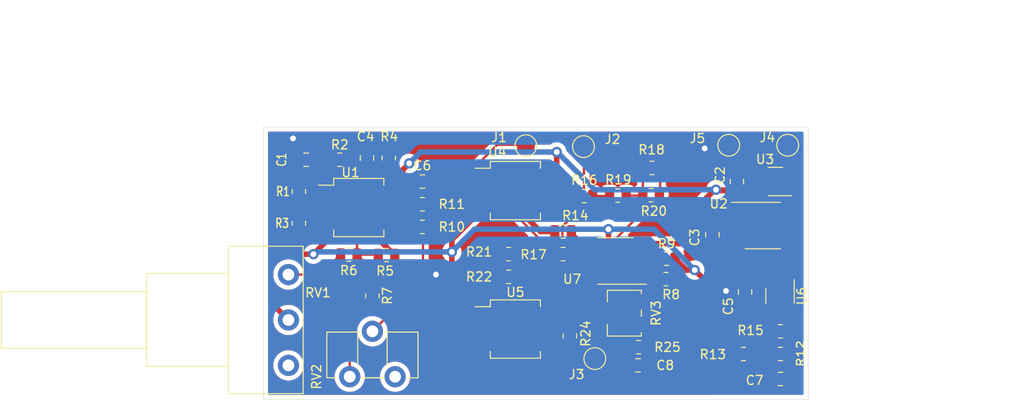
<source format=kicad_pcb>
(kicad_pcb (version 20221018) (generator pcbnew)
  (layers (0 "F.Cu" signal) (31 "B.Cu" signal) (34 "B.Paste" user) (35 "F.Paste" user) (36 "B.SilkS" user "B.Silkscreen") (37 "F.SilkS" user "F.Silkscreen") (38 "B.Mask" user) (39 "F.Mask" user) (44 "Edge.Cuts" user))
  (net 0 "")
  (net 1 "Net-(U1A--)")
  (net 2 "GND")
  (net 3 "+3.3V")
  (net 4 "Net-(U2-CAP+)")
  (net 5 "Net-(U2-CAP-)")
  (net 6 "Net-(C4-Pad1)")
  (net 7 "Net-(C4-Pad2)")
  (net 8 "Net-(U2-VOUT)")
  (net 9 "Net-(U1B-+)")
  (net 10 "-3V3")
  (net 11 "Net-(U5B--)")
  (net 12 "/Out")
  (net 13 "Net-(U1A-+)")
  (net 14 "Net-(R6-Pad2)")
  (net 15 "Net-(R7-Pad2)")
  (net 16 "Net-(U7B-GND)")
  (net 17 "Net-(U4A-+)")
  (net 18 "Net-(U6-FB)")
  (net 19 "Net-(U7B-VL)")
  (net 20 "Net-(U4B--)")
  (net 21 "Net-(R16-Pad2)")
  (net 22 "Net-(R17-Pad1)")
  (net 23 "Net-(R17-Pad2)")
  (net 24 "Net-(R18-Pad1)")
  (net 25 "Net-(R18-Pad2)")
  (net 26 "Net-(U5A--)")
  (net 27 "Net-(R22-Pad2)")
  (net 28 "Net-(R25-Pad2)")
  (net 32 "/X_in")
  (net 36 "+BATT")
  (net 39 "/Y_in")
  (net 42 "Net-(U1B--)")
  (footprint "Potentiometer_THT:Potentiometer_Piher_PC-16_Single_Horizontal" (layer "F.Cu") (at 117.75 69.25 180)
    (fp_text reference "RV1" (at -3.25 -2) (layer "F.SilkS"))
    (fp_text value "20k_pot")
    (pad "1" thru_hole circle (at 0 0 180) (size 2.34 2.34) (drill 1.3) (layers "*.Cu" "*.Mask") (net 14 "Net-(R6-Pad2)"))
    (pad "2" thru_hole circle (at 0 -5 180) (size 2.34 2.34) (drill 1.3) (layers "*.Cu" "*.Mask") (net 10 "-3V3"))
    (pad "3" thru_hole circle (at 0 -10 180) (size 2.34 2.34) (drill 1.3) (layers "*.Cu" "*.Mask"))
  )
  (footprint "Resistor_SMD:R_0805_2012Metric" (layer "F.Cu") (at 157.7 60.5 180)
    (fp_text reference "R20" (at -0.3 -1.75) (layer "F.SilkS"))
    (fp_text value "4.7k")
    (pad "1" smd roundrect (at -0.9125 0 180) (size 1.025 1.4) (layers "F.Cu" "F.Paste" "F.Mask") (roundrect_rratio 0.243902) (net 24 "Net-(R18-Pad1)"))
    (pad "2" smd roundrect (at 0.9125 0 180) (size 1.025 1.4) (layers "F.Cu" "F.Paste" "F.Mask") (roundrect_rratio 0.243902) (net 25 "Net-(R18-Pad2)"))
  )
  (footprint "TestPoint:TestPoint_Pad_D2.0mm" (layer "F.Cu") (at 143.9 55.05)
    (fp_text reference "J1" (at -2.95 -0.9) (layer "F.SilkS"))
    (fp_text value "in_x")
    (pad "1" smd circle (at 0 0) (size 2 2) (layers "F.Cu" "F.Mask") (net 32 "/X_in"))
  )
  (footprint "Resistor_SMD:R_0805_2012Metric" (layer "F.Cu") (at 154.0375 60.55)
    (fp_text reference "R19" (at 0.05 -1.75) (layer "F.SilkS"))
    (fp_text value "0")
    (pad "1" smd roundrect (at -0.9125 0) (size 1.025 1.4) (layers "F.Cu" "F.Paste" "F.Mask") (roundrect_rratio 0.243902) (net 21 "Net-(R16-Pad2)"))
    (pad "2" smd roundrect (at 0.9125 0) (size 1.025 1.4) (layers "F.Cu" "F.Paste" "F.Mask") (roundrect_rratio 0.243902) (net 25 "Net-(R18-Pad2)"))
  )
  (footprint "Capacitor_SMD:C_0805_2012Metric" (layer "F.Cu") (at 171.95 80.75 180)
    (fp_text reference "C7" (at 2.85 -0.15) (layer "F.SilkS"))
    (fp_text value "2.2u")
    (pad "1" smd roundrect (at -0.95 0 180) (size 1 1.45) (layers "F.Cu" "F.Paste" "F.Mask") (net 10 "-3V3"))
    (pad "2" smd roundrect (at 0.95 0 180) (size 1 1.45) (layers "F.Cu" "F.Paste" "F.Mask") (net 2 "GND"))
  )
  (footprint "Package_TO_SOT_SMD:SOT-23-5" (layer "F.Cu") (at 171.4 59 180)
    (fp_text reference "U3" (at 1.15 2.45) (layer "F.SilkS"))
    (fp_text value "SPX3819M5-L-3-3")
    (pad "1" smd roundrect (at -1.1375 -0.95 180) (size 1.325 0.6) (layers "F.Cu" "F.Paste" "F.Mask") (net 36 "+BATT"))
    (pad "2" smd roundrect (at -1.1375 0 180) (size 1.325 0.6) (layers "F.Cu" "F.Paste" "F.Mask") (net 2 "GND"))
    (pad "3" smd roundrect (at -1.1375 0.95 180) (size 1.325 0.6) (layers "F.Cu" "F.Paste" "F.Mask"))
    (pad "4" smd roundrect (at 1.1375 0.95 180) (size 1.325 0.6) (layers "F.Cu" "F.Paste" "F.Mask"))
    (pad "5" smd roundrect (at 1.1375 -0.95 180) (size 1.325 0.6) (layers "F.Cu" "F.Paste" "F.Mask") (net 3 "+3.3V"))
  )
  (footprint "TestPoint:TestPoint_Pad_D2.0mm" (layer "F.Cu") (at 172.75 55)
    (fp_text reference "J4" (at -2.25 -0.85) (layer "F.SilkS"))
    (fp_text value "batt+")
    (pad "1" smd circle (at 0 0) (size 2 2) (layers "F.Cu" "F.Mask") (net 36 "+BATT"))
  )
  (footprint "Package_SO:SOIC-8_3.9x4.9mm_P1.27mm" (layer "F.Cu") (at 153.75 67.75 180)
    (fp_text reference "U7" (at 4.75 -2) (layer "F.SilkS"))
    (fp_text value "DG419")
    (pad "1" smd roundrect (at -2.475 -1.905 180) (size 1.95 0.6) (layers "F.Cu" "F.Paste" "F.Mask") (net 11 "Net-(U5B--)"))
    (pad "2" smd roundrect (at -2.475 -0.635 180) (size 1.95 0.6) (layers "F.Cu" "F.Paste" "F.Mask"))
    (pad "3" smd roundrect (at -2.475 0.635 180) (size 1.95 0.6) (layers "F.Cu" "F.Paste" "F.Mask") (net 16 "Net-(U7B-GND)"))
    (pad "4" smd roundrect (at -2.475 1.905 180) (size 1.95 0.6) (layers "F.Cu" "F.Paste" "F.Mask") (net 3 "+3.3V"))
    (pad "5" smd roundrect (at 2.475 1.905 180) (size 1.95 0.6) (layers "F.Cu" "F.Paste" "F.Mask") (net 19 "Net-(U7B-VL)"))
    (pad "6" smd roundrect (at 2.475 0.635 180) (size 1.95 0.6) (layers "F.Cu" "F.Paste" "F.Mask") (net 23 "Net-(R17-Pad2)"))
    (pad "7" smd roundrect (at 2.475 -0.635 180) (size 1.95 0.6) (layers "F.Cu" "F.Paste" "F.Mask") (net 10 "-3V3"))
    (pad "8" smd roundrect (at 2.475 -1.905 180) (size 1.95 0.6) (layers "F.Cu" "F.Paste" "F.Mask") (net 24 "Net-(R18-Pad1)"))
  )
  (footprint "Resistor_SMD:R_0805_2012Metric" (layer "F.Cu") (at 124.4 67.05 180)
    (fp_text reference "R6" (at 0 -1.75) (layer "F.SilkS"))
    (fp_text value "56k")
    (pad "1" smd roundrect (at -0.9125 0 180) (size 1.025 1.4) (layers "F.Cu" "F.Paste" "F.Mask") (roundrect_rratio 0.243902) (net 7 "Net-(C4-Pad2)"))
    (pad "2" smd roundrect (at 0.9125 0 180) (size 1.025 1.4) (layers "F.Cu" "F.Paste" "F.Mask") (roundrect_rratio 0.243902) (net 14 "Net-(R6-Pad2)"))
  )
  (footprint "Resistor_SMD:R_0805_2012Metric" (layer "F.Cu") (at 148 67)
    (fp_text reference "R17" (at -3.25 0.05) (layer "F.SilkS"))
    (fp_text value "470")
    (pad "1" smd roundrect (at -0.9125 0) (size 1.025 1.4) (layers "F.Cu" "F.Paste" "F.Mask") (roundrect_rratio 0.243902) (net 22 "Net-(R17-Pad1)"))
    (pad "2" smd roundrect (at 0.9125 0) (size 1.025 1.4) (layers "F.Cu" "F.Paste" "F.Mask") (roundrect_rratio 0.243902) (net 23 "Net-(R17-Pad2)"))
  )
  (footprint "Resistor_SMD:R_0805_2012Metric" (layer "F.Cu") (at 167.8625 78 180)
    (fp_text reference "R13" (at 3.3625 -0.05) (layer "F.SilkS"))
    (fp_text value "33k")
    (pad "1" smd roundrect (at -0.9125 0 180) (size 1.025 1.4) (layers "F.Cu" "F.Paste" "F.Mask") (roundrect_rratio 0.243902) (net 18 "Net-(U6-FB)"))
    (pad "2" smd roundrect (at 0.9125 0 180) (size 1.025 1.4) (layers "F.Cu" "F.Paste" "F.Mask") (roundrect_rratio 0.243902) (net 2 "GND"))
  )
  (footprint "Resistor_SMD:R_0805_2012Metric" (layer "F.Cu") (at 159.4125 67.5)
    (fp_text reference "R9" (at 0 -1.65) (layer "F.SilkS"))
    (fp_text value "0")
    (pad "1" smd roundrect (at -0.9125 0) (size 1.025 1.4) (layers "F.Cu" "F.Paste" "F.Mask") (roundrect_rratio 0.243902) (net 16 "Net-(U7B-GND)"))
    (pad "2" smd roundrect (at 0.9125 0) (size 1.025 1.4) (layers "F.Cu" "F.Paste" "F.Mask") (roundrect_rratio 0.243902) (net 10 "-3V3"))
  )
  (footprint "Resistor_SMD:R_0805_2012Metric" (layer "F.Cu") (at 142 69.5)
    (fp_text reference "R22" (at -3.25 0) (layer "F.SilkS"))
    (fp_text value "4.7k")
    (pad "1" smd roundrect (at -0.9125 0) (size 1.025 1.4) (layers "F.Cu" "F.Paste" "F.Mask") (roundrect_rratio 0.243902) (net 26 "Net-(U5A--)"))
    (pad "2" smd roundrect (at 0.9125 0) (size 1.025 1.4) (layers "F.Cu" "F.Paste" "F.Mask") (roundrect_rratio 0.243902) (net 27 "Net-(R22-Pad2)"))
  )
  (footprint "Resistor_SMD:R_0805_2012Metric" (layer "F.Cu") (at 148 64.5)
    (fp_text reference "R14" (at 1.35 -1.75) (layer "F.SilkS"))
    (fp_text value "0")
    (pad "1" smd roundrect (at -0.9125 0) (size 1.025 1.4) (layers "F.Cu" "F.Paste" "F.Mask") (roundrect_rratio 0.243902) (net 3 "+3.3V"))
    (pad "2" smd roundrect (at 0.9125 0) (size 1.025 1.4) (layers "F.Cu" "F.Paste" "F.Mask") (roundrect_rratio 0.243902) (net 19 "Net-(U7B-VL)"))
  )
  (footprint "Potentiometer_SMD:Potentiometer_Bourns_3224W_Vertical" (layer "F.Cu") (at 154.75 73.5 -90)
    (fp_text reference "RV3" (at 0 -3.5 90) (layer "F.SilkS"))
    (fp_text value "2k_pot")
    (pad "1" smd rect (at 1.25 -1.45 270) (size 1.3 1.6) (layers "F.Cu" "F.Paste" "F.Mask") (net 28 "Net-(R25-Pad2)"))
    (pad "2" smd rect (at 0 1.45 270) (size 2 1.6) (layers "F.Cu" "F.Paste" "F.Mask") (net 12 "/Out"))
    (pad "3" smd rect (at -1.25 -1.45 270) (size 1.3 1.6) (layers "F.Cu" "F.Paste" "F.Mask"))
  )
  (footprint "Resistor_SMD:R_0805_2012Metric" (layer "F.Cu") (at 132.5 61.5 180)
    (fp_text reference "R11" (at -3.25 0) (layer "F.SilkS"))
    (fp_text value "10k")
    (pad "1" smd roundrect (at -0.9125 0 180) (size 1.025 1.4) (layers "F.Cu" "F.Paste" "F.Mask") (roundrect_rratio 0.243902) (net 42 "Net-(U1B--)"))
    (pad "2" smd roundrect (at 0.9125 0 180) (size 1.025 1.4) (layers "F.Cu" "F.Paste" "F.Mask") (roundrect_rratio 0.243902) (net 17 "Net-(U4A-+)"))
  )
  (footprint "Capacitor_SMD:C_0805_2012Metric" (layer "F.Cu") (at 156.25 79.25 180)
    (fp_text reference "C8" (at -3 0) (layer "F.SilkS"))
    (fp_text value "470n")
    (pad "1" smd roundrect (at -0.95 0 180) (size 1 1.45) (layers "F.Cu" "F.Paste" "F.Mask") (net 11 "Net-(U5B--)"))
    (pad "2" smd roundrect (at 0.95 0 180) (size 1 1.45) (layers "F.Cu" "F.Paste" "F.Mask") (net 12 "/Out"))
  )
  (footprint "Package_TO_SOT_SMD:SOT-23-5" (layer "F.Cu") (at 171.9 71.6125 -90)
    (fp_text reference "U6" (at 0 -2.4 90) (layer "F.SilkS"))
    (fp_text value "TPS72301DBVR")
    (pad "1" smd roundrect (at -1.1375 -0.95 270) (size 1.325 0.6) (layers "F.Cu" "F.Paste" "F.Mask") (net 8 "Net-(U2-VOUT)"))
    (pad "2" smd roundrect (at -1.1375 0 270) (size 1.325 0.6) (layers "F.Cu" "F.Paste" "F.Mask") (net 2 "GND"))
    (pad "3" smd roundrect (at -1.1375 0.95 270) (size 1.325 0.6) (layers "F.Cu" "F.Paste" "F.Mask"))
    (pad "4" smd roundrect (at 1.1375 0.95 270) (size 1.325 0.6) (layers "F.Cu" "F.Paste" "F.Mask") (net 18 "Net-(U6-FB)"))
    (pad "5" smd roundrect (at 1.1375 -0.95 270) (size 1.325 0.6) (layers "F.Cu" "F.Paste" "F.Mask") (net 10 "-3V3"))
  )
  (footprint "TestPoint:TestPoint_Pad_D2.0mm" (layer "F.Cu") (at 166.25 55)
    (fp_text reference "J5" (at -3.45 -0.75) (layer "F.SilkS"))
    (fp_text value "gnd")
    (pad "1" smd circle (at 0 0) (size 2 2) (layers "F.Cu" "F.Mask") (net 2 "GND"))
  )
  (footprint "Resistor_SMD:R_0805_2012Metric" (layer "F.Cu") (at 127 71.5875 -90)
    (fp_text reference "R7" (at 0 -1.65 90) (layer "F.SilkS"))
    (fp_text value "2.2k")
    (pad "1" smd roundrect (at -0.9125 0 270) (size 1.025 1.4) (layers "F.Cu" "F.Paste" "F.Mask") (roundrect_rratio 0.243902) (net 7 "Net-(C4-Pad2)"))
    (pad "2" smd roundrect (at 0.9125 0 270) (size 1.025 1.4) (layers "F.Cu" "F.Paste" "F.Mask") (roundrect_rratio 0.243902) (net 15 "Net-(R7-Pad2)"))
  )
  (footprint "Resistor_SMD:R_0805_2012Metric" (layer "F.Cu") (at 171.95 75.5 180)
    (fp_text reference "R15" (at 3.3 0.1) (layer "F.SilkS"))
    (fp_text value "120k")
    (pad "1" smd roundrect (at -0.9125 0 180) (size 1.025 1.4) (layers "F.Cu" "F.Paste" "F.Mask") (roundrect_rratio 0.243902) (net 10 "-3V3"))
    (pad "2" smd roundrect (at 0.9125 0 180) (size 1.025 1.4) (layers "F.Cu" "F.Paste" "F.Mask") (roundrect_rratio 0.243902) (net 18 "Net-(U6-FB)"))
  )
  (footprint "Package_SO:SO-8_5.3x6.2mm_P1.27mm" (layer "F.Cu") (at 125.5 61.865)
    (fp_text reference "U1" (at -0.9 -3.865) (layer "F.SilkS"))
    (fp_text value "TS922")
    (pad "1" smd roundrect (at -3.5 -1.905) (size 1.9 0.6) (layers "F.Cu" "F.Paste" "F.Mask") (net 6 "Net-(C4-Pad1)"))
    (pad "2" smd roundrect (at -3.5 -0.635) (size 1.9 0.6) (layers "F.Cu" "F.Paste" "F.Mask") (net 1 "Net-(U1A--)"))
    (pad "3" smd roundrect (at -3.5 0.635) (size 1.9 0.6) (layers "F.Cu" "F.Paste" "F.Mask") (net 13 "Net-(U1A-+)"))
    (pad "4" smd roundrect (at -3.5 1.905) (size 1.9 0.6) (layers "F.Cu" "F.Paste" "F.Mask") (net 10 "-3V3"))
    (pad "5" smd roundrect (at 3.5 1.905) (size 1.9 0.6) (layers "F.Cu" "F.Paste" "F.Mask") (net 9 "Net-(U1B-+)"))
    (pad "6" smd roundrect (at 3.5 0.635) (size 1.9 0.6) (layers "F.Cu" "F.Paste" "F.Mask") (net 42 "Net-(U1B--)"))
    (pad "7" smd roundrect (at 3.5 -0.635) (size 1.9 0.6) (layers "F.Cu" "F.Paste" "F.Mask") (net 17 "Net-(U4A-+)"))
    (pad "8" smd roundrect (at 3.5 -1.905) (size 1.9 0.6) (layers "F.Cu" "F.Paste" "F.Mask") (net 3 "+3.3V"))
  )
  (footprint "Resistor_SMD:R_0805_2012Metric" (layer "F.Cu") (at 156.3375 77.25 180)
    (fp_text reference "R25" (at -3.1625 0) (layer "F.SilkS"))
    (fp_text value "680")
    (pad "1" smd roundrect (at -0.9125 0 180) (size 1.025 1.4) (layers "F.Cu" "F.Paste" "F.Mask") (roundrect_rratio 0.243902) (net 11 "Net-(U5B--)"))
    (pad "2" smd roundrect (at 0.9125 0 180) (size 1.025 1.4) (layers "F.Cu" "F.Paste" "F.Mask") (roundrect_rratio 0.243902) (net 28 "Net-(R25-Pad2)"))
  )
  (footprint "Capacitor_SMD:C_0805_2012Metric" (layer "F.Cu") (at 167.15 59 90)
    (fp_text reference "C2" (at 0.7 -1.85 90) (layer "F.SilkS"))
    (fp_text value "100u")
    (pad "1" smd roundrect (at -0.95 0 90) (size 1 1.45) (layers "F.Cu" "F.Paste" "F.Mask") (net 3 "+3.3V"))
    (pad "2" smd roundrect (at 0.95 0 90) (size 1 1.45) (layers "F.Cu" "F.Paste" "F.Mask") (net 2 "GND"))
  )
  (footprint "Capacitor_SMD:C_0805_2012Metric" (layer "F.Cu") (at 164.45 64.85 -90)
    (fp_text reference "C3" (at 0.3 1.95 90) (layer "F.SilkS"))
    (fp_text value "10u")
    (pad "1" smd roundrect (at -0.95 0 270) (size 1 1.45) (layers "F.Cu" "F.Paste" "F.Mask") (net 4 "Net-(U2-CAP+)"))
    (pad "2" smd roundrect (at 0.95 0 270) (size 1 1.45) (layers "F.Cu" "F.Paste" "F.Mask") (net 5 "Net-(U2-CAP-)"))
  )
  (footprint "Capacitor_SMD:C_0805_2012Metric" (layer "F.Cu") (at 132.5 59 180)
    (fp_text reference "C6" (at 0 1.75) (layer "F.SilkS"))
    (fp_text value "10n")
    (pad "1" smd roundrect (at -0.95 0 180) (size 1 1.45) (layers "F.Cu" "F.Paste" "F.Mask") (net 42 "Net-(U1B--)"))
    (pad "2" smd roundrect (at 0.95 0 180) (size 1 1.45) (layers "F.Cu" "F.Paste" "F.Mask") (net 17 "Net-(U4A-+)"))
  )
  (footprint "Resistor_SMD:R_0805_2012Metric" (layer "F.Cu") (at 142 67)
    (fp_text reference "R21" (at -3.25 -0.25) (layer "F.SilkS"))
    (fp_text value "4.7k")
    (pad "1" smd roundrect (at -0.9125 0) (size 1.025 1.4) (layers "F.Cu" "F.Paste" "F.Mask") (roundrect_rratio 0.243902) (net 21 "Net-(R16-Pad2)"))
    (pad "2" smd roundrect (at 0.9125 0) (size 1.025 1.4) (layers "F.Cu" "F.Paste" "F.Mask") (roundrect_rratio 0.243902) (net 26 "Net-(U5A--)"))
  )
  (footprint "Package_SO:SO-8_5.3x6.2mm_P1.27mm" (layer "F.Cu") (at 142.75 75.25)
    (fp_text reference "U5" (at 0 -4.05) (layer "F.SilkS"))
    (fp_text value "TS922")
    (pad "1" smd roundrect (at -3.5 -1.905) (size 1.9 0.6) (layers "F.Cu" "F.Paste" "F.Mask") (net 27 "Net-(R22-Pad2)"))
    (pad "2" smd roundrect (at -3.5 -0.635) (size 1.9 0.6) (layers "F.Cu" "F.Paste" "F.Mask") (net 26 "Net-(U5A--)"))
    (pad "3" smd roundrect (at -3.5 0.635) (size 1.9 0.6) (layers "F.Cu" "F.Paste" "F.Mask") (net 2 "GND"))
    (pad "4" smd roundrect (at -3.5 1.905) (size 1.9 0.6) (layers "F.Cu" "F.Paste" "F.Mask") (net 10 "-3V3"))
    (pad "5" smd roundrect (at 3.5 1.905) (size 1.9 0.6) (layers "F.Cu" "F.Paste" "F.Mask") (net 2 "GND"))
    (pad "6" smd roundrect (at 3.5 0.635) (size 1.9 0.6) (layers "F.Cu" "F.Paste" "F.Mask") (net 11 "Net-(U5B--)"))
    (pad "7" smd roundrect (at 3.5 -0.635) (size 1.9 0.6) (layers "F.Cu" "F.Paste" "F.Mask") (net 12 "/Out"))
    (pad "8" smd roundrect (at 3.5 -1.905) (size 1.9 0.6) (layers "F.Cu" "F.Paste" "F.Mask") (net 3 "+3.3V"))
  )
  (footprint "Resistor_SMD:R_0805_2012Metric" (layer "F.Cu") (at 128.8 56.4 -90)
    (fp_text reference "R4" (at -2.35 -0.05 -180) (layer "F.SilkS"))
    (fp_text value "0")
    (pad "1" smd roundrect (at -0.9125 0 270) (size 1.025 1.4) (layers "F.Cu" "F.Paste" "F.Mask") (roundrect_rratio 0.243902) (net 6 "Net-(C4-Pad1)"))
    (pad "2" smd roundrect (at 0.9125 0 270) (size 1.025 1.4) (layers "F.Cu" "F.Paste" "F.Mask") (roundrect_rratio 0.243902) (net 7 "Net-(C4-Pad2)"))
  )
  (footprint "Resistor_SMD:R_0805_2012Metric" (layer "F.Cu") (at 157.7875 57.5 180)
    (fp_text reference "R18" (at 0.0375 2) (layer "F.SilkS"))
    (fp_text value "4.7k")
    (pad "1" smd roundrect (at -0.9125 0 180) (size 1.025 1.4) (layers "F.Cu" "F.Paste" "F.Mask") (roundrect_rratio 0.243902) (net 24 "Net-(R18-Pad1)"))
    (pad "2" smd roundrect (at 0.9125 0 180) (size 1.025 1.4) (layers "F.Cu" "F.Paste" "F.Mask") (roundrect_rratio 0.243902) (net 25 "Net-(R18-Pad2)"))
  )
  (footprint "Resistor_SMD:R_0805_2012Metric" (layer "F.Cu") (at 159.3375 69.75 180)
    (fp_text reference "R8" (at -0.5625 -1.7) (layer "F.SilkS"))
    (fp_text value "0")
    (pad "1" smd roundrect (at -0.9125 0 180) (size 1.025 1.4) (layers "F.Cu" "F.Paste" "F.Mask") (roundrect_rratio 0.243902) (net 2 "GND"))
    (pad "2" smd roundrect (at 0.9125 0 180) (size 1.025 1.4) (layers "F.Cu" "F.Paste" "F.Mask") (roundrect_rratio 0.243902) (net 16 "Net-(U7B-GND)"))
  )
  (footprint "Package_SO:SO-8_5.3x6.2mm_P1.27mm" (layer "F.Cu") (at 142.75 60)
    (fp_text reference "U4" (at -2 -4.25) (layer "F.SilkS"))
    (fp_text value "TS922")
    (pad "1" smd roundrect (at -3.5 -1.905) (size 1.9 0.6) (layers "F.Cu" "F.Paste" "F.Mask") (net 22 "Net-(R17-Pad1)"))
    (pad "2" smd roundrect (at -3.5 -0.635) (size 1.9 0.6) (layers "F.Cu" "F.Paste" "F.Mask") (net 32 "/X_in"))
    (pad "3" smd roundrect (at -3.5 0.635) (size 1.9 0.6) (layers "F.Cu" "F.Paste" "F.Mask") (net 17 "Net-(U4A-+)"))
    (pad "4" smd roundrect (at -3.5 1.905) (size 1.9 0.6) (layers "F.Cu" "F.Paste" "F.Mask") (net 10 "-3V3"))
    (pad "5" smd roundrect (at 3.5 1.905) (size 1.9 0.6) (layers "F.Cu" "F.Paste" "F.Mask") (net 39 "/Y_in"))
    (pad "6" smd roundrect (at 3.5 0.635) (size 1.9 0.6) (layers "F.Cu" "F.Paste" "F.Mask") (net 20 "Net-(U4B--)"))
    (pad "7" smd roundrect (at 3.5 -0.635) (size 1.9 0.6) (layers "F.Cu" "F.Paste" "F.Mask") (net 21 "Net-(R16-Pad2)"))
    (pad "8" smd roundrect (at 3.5 -1.905) (size 1.9 0.6) (layers "F.Cu" "F.Paste" "F.Mask") (net 3 "+3.3V"))
  )
  (footprint "Potentiometer_THT:Potentiometer_ACP_CA9-H5_Horizontal" (layer "F.Cu") (at 124.5 80.5 90)
    (fp_text reference "RV2" (at 0 -3.65 90) (layer "F.SilkS"))
    (fp_text value "2k_pot")
    (pad "1" thru_hole circle (at 0 0 90) (size 2.34 2.34) (drill 1.3) (layers "*.Cu" "*.Mask") (net 15 "Net-(R7-Pad2)"))
    (pad "2" thru_hole circle (at 5 2.5 90) (size 2.34 2.34) (drill 1.3) (layers "*.Cu" "*.Mask") (net 42 "Net-(U1B--)"))
    (pad "3" thru_hole circle (at 0 5 90) (size 2.34 2.34) (drill 1.3) (layers "*.Cu" "*.Mask"))
  )
  (footprint "Resistor_SMD:R_0805_2012Metric" (layer "F.Cu") (at 171.95 78 180)
    (fp_text reference "R12" (at -2.2 0.05 90) (layer "F.SilkS") (effects (font (size 0.8001 1))))
    (fp_text value "120k")
    (pad "1" smd roundrect (at -0.9125 0 180) (size 1.025 1.4) (layers "F.Cu" "F.Paste" "F.Mask") (roundrect_rratio 0.243902) (net 10 "-3V3"))
    (pad "2" smd roundrect (at 0.9125 0 180) (size 1.025 1.4) (layers "F.Cu" "F.Paste" "F.Mask") (roundrect_rratio 0.243902) (net 18 "Net-(U6-FB)"))
  )
  (footprint "Capacitor_SMD:C_0805_2012Metric" (layer "F.Cu") (at 119.7 56.6 180)
    (fp_text reference "C1" (at 2.7 0 90) (layer "F.SilkS") (effects (font (size 1 0.762))))
    (fp_text value "10n")
    (pad "1" smd roundrect (at -0.95 0 180) (size 1 1.45) (layers "F.Cu" "F.Paste" "F.Mask") (net 1 "Net-(U1A--)"))
    (pad "2" smd roundrect (at 0.95 0 180) (size 1 1.45) (layers "F.Cu" "F.Paste" "F.Mask") (net 2 "GND"))
  )
  (footprint "Capacitor_SMD:C_0805_2012Metric" (layer "F.Cu") (at 126.4 56.4 -90)
    (fp_text reference "C4" (at -2.35 0.15 -180) (layer "F.SilkS"))
    (fp_text value "100n")
    (pad "1" smd roundrect (at -0.95 0 270) (size 1 1.45) (layers "F.Cu" "F.Paste" "F.Mask") (net 6 "Net-(C4-Pad1)"))
    (pad "2" smd roundrect (at 0.95 0 270) (size 1 1.45) (layers "F.Cu" "F.Paste" "F.Mask") (net 7 "Net-(C4-Pad2)"))
  )
  (footprint "Resistor_SMD:R_0805_2012Metric" (layer "F.Cu") (at 132.5 64 180)
    (fp_text reference "R10" (at -3.25 0) (layer "F.SilkS"))
    (fp_text value "10k")
    (pad "1" smd roundrect (at -0.9125 0 180) (size 1.025 1.4) (layers "F.Cu" "F.Paste" "F.Mask") (roundrect_rratio 0.243902) (net 2 "GND"))
    (pad "2" smd roundrect (at 0.9125 0 180) (size 1.025 1.4) (layers "F.Cu" "F.Paste" "F.Mask") (roundrect_rratio 0.243902) (net 9 "Net-(U1B-+)"))
  )
  (footprint "Resistor_SMD:R_0805_2012Metric" (layer "F.Cu") (at 123.4 56.6)
    (fp_text reference "R2" (at 0 -1.65 180) (layer "F.SilkS"))
    (fp_text value "4,7k")
    (pad "1" smd roundrect (at -0.9125 0) (size 1.025 1.4) (layers "F.Cu" "F.Paste" "F.Mask") (roundrect_rratio 0.243902) (net 1 "Net-(U1A--)"))
    (pad "2" smd roundrect (at 0.9125 0) (size 1.025 1.4) (layers "F.Cu" "F.Paste" "F.Mask") (roundrect_rratio 0.243902) (net 6 "Net-(C4-Pad1)"))
  )
  (footprint "TestPoint:TestPoint_Pad_D2.0mm" (layer "F.Cu") (at 151.5 78.5)
    (fp_text reference "J3" (at -2 1.75) (layer "F.SilkS"))
    (fp_text value "out")
    (pad "1" smd circle (at 0 0) (size 2 2) (layers "F.Cu" "F.Mask") (net 12 "/Out"))
  )
  (footprint "Resistor_SMD:R_0805_2012Metric" (layer "F.Cu") (at 118.9 63.6 -90)
    (fp_text reference "R3" (at 0 1.85 -180) (layer "F.SilkS") (effects (font (size 1 0.762))))
    (fp_text value "100k")
    (pad "1" smd roundrect (at -0.9125 0 270) (size 1.025 1.4) (layers "F.Cu" "F.Paste" "F.Mask") (roundrect_rratio 0.243902) (net 13 "Net-(U1A-+)"))
    (pad "2" smd roundrect (at 0.9125 0 270) (size 1.025 1.4) (layers "F.Cu" "F.Paste" "F.Mask") (roundrect_rratio 0.243902) (net 6 "Net-(C4-Pad1)"))
  )
  (footprint "Resistor_SMD:R_0805_2012Metric" (layer "F.Cu") (at 128.55 67.1)
    (fp_text reference "R5" (at -0.15 1.75) (layer "F.SilkS"))
    (fp_text value "68k")
    (pad "1" smd roundrect (at -0.9125 0) (size 1.025 1.4) (layers "F.Cu" "F.Paste" "F.Mask") (roundrect_rratio 0.243902) (net 7 "Net-(C4-Pad2)"))
    (pad "2" smd roundrect (at 0.9125 0) (size 1.025 1.4) (layers "F.Cu" "F.Paste" "F.Mask") (roundrect_rratio 0.243902) (net 3 "+3.3V"))
  )
  (footprint "Package_SO:SOIC-8_3.9x4.9mm_P1.27mm" (layer "F.Cu") (at 170 63.85)
    (fp_text reference "U2" (at -4.85 -2.4) (layer "F.SilkS"))
    (fp_text value "LMC7660")
    (pad "1" smd roundrect (at -2.475 -1.905) (size 1.95 0.6) (layers "F.Cu" "F.Paste" "F.Mask"))
    (pad "2" smd roundrect (at -2.475 -0.635) (size 1.95 0.6) (layers "F.Cu" "F.Paste" "F.Mask") (net 4 "Net-(U2-CAP+)"))
    (pad "3" smd roundrect (at -2.475 0.635) (size 1.95 0.6) (layers "F.Cu" "F.Paste" "F.Mask") (net 2 "GND"))
    (pad "4" smd roundrect (at -2.475 1.905) (size 1.95 0.6) (layers "F.Cu" "F.Paste" "F.Mask") (net 5 "Net-(U2-CAP-)"))
    (pad "5" smd roundrect (at 2.475 1.905) (size 1.95 0.6) (layers "F.Cu" "F.Paste" "F.Mask") (net 8 "Net-(U2-VOUT)"))
    (pad "6" smd roundrect (at 2.475 0.635) (size 1.95 0.6) (layers "F.Cu" "F.Paste" "F.Mask"))
    (pad "7" smd roundrect (at 2.475 -0.635) (size 1.95 0.6) (layers "F.Cu" "F.Paste" "F.Mask"))
    (pad "8" smd roundrect (at 2.475 -1.905) (size 1.95 0.6) (layers "F.Cu" "F.Paste" "F.Mask") (net 36 "+BATT"))
  )
  (footprint "Resistor_SMD:R_0805_2012Metric" (layer "F.Cu") (at 148.75 76 90)
    (fp_text reference "R24" (at 0.25 1.75 90) (layer "F.SilkS"))
    (fp_text value "4.7k")
    (pad "1" smd roundrect (at -0.9125 0 90) (size 1.025 1.4) (layers "F.Cu" "F.Paste" "F.Mask") (roundrect_rratio 0.243902) (net 11 "Net-(U5B--)"))
    (pad "2" smd roundrect (at 0.9125 0 90) (size 1.025 1.4) (layers "F.Cu" "F.Paste" "F.Mask") (roundrect_rratio 0.243902) (net 27 "Net-(R22-Pad2)"))
  )
  (footprint "Capacitor_SMD:C_0805_2012Metric" (layer "F.Cu") (at 168.05 71.15 -90)
    (fp_text reference "C5" (at 1.6 1.85 90) (layer "F.SilkS"))
    (fp_text value "2.2u")
    (pad "1" smd roundrect (at -0.95 0 270) (size 1 1.45) (layers "F.Cu" "F.Paste" "F.Mask") (net 8 "Net-(U2-VOUT)"))
    (pad "2" smd roundrect (at 0.95 0 270) (size 1 1.45) (layers "F.Cu" "F.Paste" "F.Mask") (net 2 "GND"))
  )
  (footprint "Resistor_SMD:R_0805_2012Metric" (layer "F.Cu") (at 118.9 60.1 90)
    (fp_text reference "R1" (at 0 -1.75) (layer "F.SilkS") (effects (font (size 1 0.762))))
    (fp_text value "100k")
    (pad "1" smd roundrect (at -0.9125 0 90) (size 1.025 1.4) (layers "F.Cu" "F.Paste" "F.Mask") (roundrect_rratio 0.243902) (net 13 "Net-(U1A-+)"))
    (pad "2" smd roundrect (at 0.9125 0 90) (size 1.025 1.4) (layers "F.Cu" "F.Paste" "F.Mask") (roundrect_rratio 0.243902) (net 2 "GND"))
  )
  (footprint "Resistor_SMD:R_0805_2012Metric" (layer "F.Cu") (at 150.3375 60.6)
    (fp_text reference "R16" (at 0 -1.75) (layer "F.SilkS"))
    (fp_text value "10k")
    (pad "1" smd roundrect (at -0.9125 0) (size 1.025 1.4) (layers "F.Cu" "F.Paste" "F.Mask") (roundrect_rratio 0.243902) (net 20 "Net-(U4B--)"))
    (pad "2" smd roundrect (at 0.9125 0) (size 1.025 1.4) (layers "F.Cu" "F.Paste" "F.Mask") (roundrect_rratio 0.243902) (net 21 "Net-(R16-Pad2)"))
  )
  (footprint "TestPoint:TestPoint_Pad_D2.0mm" (layer "F.Cu") (at 150.25 55.15)
    (fp_text reference "J2" (at 3.2 -0.8) (layer "F.SilkS"))
    (fp_text value "in_y")
    (pad "1" smd circle (at 0 0) (size 2 2) (layers "F.Cu" "F.Mask") (net 39 "/Y_in"))
  )
  (gr_line (start 115 53) (end 175 53) (stroke (width 0.05)) (layer "Edge.Cuts"))
  (gr_line (start 175 83) (end 115 83) (stroke (width 0.05)) (layer "Edge.Cuts"))
  (gr_line (start 115 83) (end 115 53) (stroke (width 0.05)) (layer "Edge.Cuts"))
  (gr_line (start 175 53) (end 175 83) (stroke (width 0.05)) (layer "Edge.Cuts"))
  (segment (start 120.65 56.6) (end 122.4875 56.6) (width 0.254) (layer "F.Cu") (net 1))
  (segment (start 120.65 56.6) (end 120.65 60.239105) (width 0.254) (layer "F.Cu") (net 1))
  (segment (start 120.65 60.239105) (end 121.640895 61.23) (width 0.254) (layer "F.Cu") (net 1))
  (segment (start 121.640895 61.23) (end 122 61.23) (width 0.254) (layer "F.Cu") (net 1))
  (segment (start 160.4125 69.4125) (end 160.4125 69.75) (width 0.254) (layer "F.Cu") (net 2))
  (segment (start 172.5375 59) (end 168.1 59) (width 0.6096) (layer "F.Cu") (net 2))
  (segment (start 168.1 59) (end 167.15 58.05) (width 0.6096) (layer "F.Cu") (net 2))
  (via (at 118.25 54.25) (size 1.143) (drill 0.635) (layers "F.Cu" "B.Cu") (net 2))
  (via (at 134 69.25) (size 1.143) (drill 0.635) (layers "F.Cu" "B.Cu") (net 2))
  (via (at 163.6 55.35) (size 1.143) (drill 0.635) (layers "F.Cu" "B.Cu") (net 2))
  (via (at 165.95 71.05) (size 1.143) (drill 0.635) (layers "F.Cu" "B.Cu") (net 2))
  (segment (start 129.4625 67.1) (end 129.421974 67.1) (width 0.6096) (layer "F.Cu") (net 3))
  (segment (start 149.655 73.345) (end 146.25 73.345) (width 0.6096) (layer "F.Cu") (net 3))
  (segment (start 154.450553 68.549447) (end 149.655 73.345) (width 0.6096) (layer "F.Cu") (net 3))
  (segment (start 130.35 57.7) (end 131.05 57) (width 0.6096) (layer "F.Cu") (net 3))
  (segment (start 167.15 59.95) (end 164.9 59.95) (width 0.6096) (layer "F.Cu") (net 3))
  (segment (start 164.6 60) (end 162.75 61.85) (width 0.6096) (layer "F.Cu") (net 3))
  (segment (start 147.0875 64.5) (end 145.5 64.5) (width 0.6096) (layer "F.Cu") (net 3))
  (segment (start 164.85 59.9) (end 164.8 59.95) (width 0.6096) (layer "F.Cu") (net 3))
  (segment (start 147.3 55.75) (end 147.3 57.045) (width 0.6096) (layer "F.Cu") (net 3))
  (segment (start 162.75 64) (end 162.75 61.85) (width 0.6096) (layer "F.Cu") (net 3))
  (segment (start 154.450553 65.845) (end 154.450553 68.549447) (width 0.6096) (layer "F.Cu") (net 3))
  (segment (start 167.8 60) (end 164.6 60) (width 0.6096) (layer "F.Cu") (net 3))
  (segment (start 164.9 59.95) (end 164.85 59.9) (width 0.6096) (layer "F.Cu") (net 3))
  (segment (start 129.54 59.96) (end 130.35 59.15) (width 0.6096) (layer "F.Cu") (net 3))
  (segment (start 164.65 59.95) (end 164.6 60) (width 0.6096) (layer "F.Cu") (net 3))
  (segment (start 127.542 60.807447) (end 128.389447 59.96) (width 0.6096) (layer "F.Cu") (net 3))
  (segment (start 129 59.96) (end 129.54 59.96) (width 0.6096) (layer "F.Cu") (net 3))
  (segment (start 143.385 62.385) (end 143.385 59.365) (width 0.6096) (layer "F.Cu") (net 3))
  (segment (start 170.2625 59.95) (end 167.15 59.95) (width 0.6096) (layer "F.Cu") (net 3))
  (segment (start 127.542 65.220026) (end 127.542 60.807447) (width 0.6096) (layer "F.Cu") (net 3))
  (segment (start 156.225 65.845) (end 160.905 65.845) (width 0.6096) (layer "F.Cu") (net 3))
  (segment (start 160.905 65.845) (end 162.75 64) (width 0.6096) (layer "F.Cu") (net 3))
  (segment (start 145.5 64.5) (end 143.385 62.385) (width 0.6096) (layer "F.Cu") (net 3))
  (segment (start 156.225 65.845) (end 154.450553 65.845) (width 0.6096) (layer "F.Cu") (net 3))
  (segment (start 128.389447 59.96) (end 129 59.96) (width 0.6096) (layer "F.Cu") (net 3))
  (segment (start 144.655 58.095) (end 146.25 58.095) (width 0.6096) (layer "F.Cu") (net 3))
  (segment (start 129.421974 67.1) (end 127.542 65.220026) (width 0.6096) (layer "F.Cu") (net 3))
  (segment (start 130.35 59.15) (end 130.35 57.7) (width 0.6096) (layer "F.Cu") (net 3))
  (segment (start 147.3 57.045) (end 146.25 58.095) (width 0.6096) (layer "F.Cu") (net 3))
  (segment (start 164.8 59.95) (end 164.65 59.95) (width 0.6096) (layer "F.Cu") (net 3))
  (segment (start 143.385 59.365) (end 144.655 58.095) (width 0.6096) (layer "F.Cu") (net 3))
  (via (at 147.3 55.75) (size 1.143) (drill 0.635) (layers "F.Cu" "B.Cu") (net 3))
  (via (at 164.85 59.9) (size 1.143) (drill 0.635) (layers "F.Cu" "B.Cu") (net 3))
  (via (at 131.05 57) (size 1.143) (drill 0.635) (layers "F.Cu" "B.Cu") (net 3))
  (segment (start 147.35 55.75) (end 151.5 59.9) (width 0.6096) (layer "B.Cu") (net 3))
  (segment (start 151.5 59.9) (end 164.85 59.9) (width 0.6096) (layer "B.Cu") (net 3))
  (segment (start 132.3 55.75) (end 131.05 57) (width 0.6096) (layer "B.Cu") (net 3))
  (segment (start 147.3 55.75) (end 147.35 55.75) (width 0.6096) (layer "B.Cu") (net 3))
  (segment (start 147.3 55.75) (end 132.3 55.75) (width 0.6096) (layer "B.Cu") (net 3))
  (segment (start 165.135 63.215) (end 167.525 63.215) (width 0.254) (layer "F.Cu") (net 4))
  (segment (start 164.45 63.9) (end 165.135 63.215) (width 0.254) (layer "F.Cu") (net 4))
  (segment (start 164.45 65.8) (end 167.48 65.8) (width 0.254) (layer "F.Cu") (net 5))
  (segment (start 167.48 65.8) (end 167.525 65.755) (width 0.254) (layer "F.Cu") (net 5))
  (segment (start 118.9 64.5125) (end 119.628395 64.5125) (width 0.254) (layer "F.Cu") (net 6))
  (segment (start 124.3125 56.3375) (end 125.2 55.45) (width 0.254) (layer "F.Cu") (net 6))
  (segment (start 123.165 63.135) (end 123.5 62.8) (width 0.254) (layer "F.Cu") (net 6))
  (segment (start 122.96 59.96) (end 122 59.96) (width 0.254) (layer "F.Cu") (net 6))
  (segment (start 123.5 60.5) (end 122.96 59.96) (width 0.254) (layer "F.Cu") (net 6))
  (segment (start 119.628395 64.5125) (end 121.005895 63.135) (width 0.254) (layer "F.Cu") (net 6))
  (segment (start 122 59.96) (end 122.79 59.96) (width 0.254) (layer "F.Cu") (net 6))
  (segment (start 124.3125 56.6) (end 124.3125 57.6475) (width 0.254) (layer "F.Cu") (net 6))
  (segment (start 126.4 55.45) (end 128.7625 55.45) (width 0.254) (layer "F.Cu") (net 6))
  (segment (start 123.5 62.8) (end 123.5 60.5) (width 0.254) (layer "F.Cu") (net 6))
  (segment (start 124.3125 56.6) (end 124.3125 56.3375) (width 0.254) (layer "F.Cu") (net 6))
  (segment (start 121.005895 63.135) (end 123.165 63.135) (width 0.254) (layer "F.Cu") (net 6))
  (segment (start 124.3125 57.6475) (end 122 59.96) (width 0.254) (layer "F.Cu") (net 6))
  (segment (start 125.2 55.45) (end 126.4 55.45) (width 0.254) (layer "F.Cu") (net 6))
  (segment (start 128.7625 55.45) (end 128.8 55.4875) (width 0.254) (layer "F.Cu") (net 6))
  (segment (start 126.4 57.35) (end 128.7625 57.35) (width 0.254) (layer "F.Cu") (net 7))
  (segment (start 128.7625 57.35) (end 128.8 57.3125) (width 0.254) (layer "F.Cu") (net 7))
  (segment (start 125.3125 58.4375) (end 125.3125 67.05) (width 0.254) (layer "F.Cu") (net 7))
  (segment (start 127 68.7375) (end 125.3125 67.05) (width 0.254) (layer "F.Cu") (net 7))
  (segment (start 127.5875 67.05) (end 127.6375 67.1) (width 0.254) (layer "F.Cu") (net 7))
  (segment (start 127 70.675) (end 127 68.7375) (width 0.254) (layer "F.Cu") (net 7))
  (segment (start 125.3125 67.05) (end 127.5875 67.05) (width 0.254) (layer "F.Cu") (net 7))
  (segment (start 126.4 57.35) (end 125.3125 58.4375) (width 0.254) (layer "F.Cu") (net 7))
  (segment (start 172.05 67.4) (end 172.85 66.6) (width 0.254) (layer "F.Cu") (net 8))
  (segment (start 169.6 67.4) (end 172.05 67.4) (width 0.254) (layer "F.Cu") (net 8))
  (segment (start 168.05 70.2) (end 168.05 68.95) (width 0.254) (layer "F.Cu") (net 8))
  (segment (start 172.85 70.475) (end 172.85 66.6) (width 0.254) (layer "F.Cu") (net 8))
  (segment (start 168.05 68.95) (end 169.6 67.4) (width 0.254) (layer "F.Cu") (net 8))
  (segment (start 172.85 66.6) (end 172.85 66.13) (width 0.254) (layer "F.Cu") (net 8))
  (segment (start 172.85 66.13) (end 172.475 65.755) (width 0.254) (layer "F.Cu") (net 8))
  (segment (start 131.3575 63.77) (end 131.5875 64) (width 0.254) (layer "F.Cu") (net 9))
  (segment (start 129 63.77) (end 131.3575 63.77) (width 0.254) (layer "F.Cu") (net 9))
  (segment (start 171.9 82.15) (end 165.4 82.15) (width 0.6096) (layer "F.Cu") (net 10))
  (segment (start 135.75 65.405) (end 139.25 61.905) (width 0.6096) (layer "F.Cu") (net 10))
  (segment (start 172.8625 81.1875) (end 171.9 82.15) (width 0.6096) (layer "F.Cu") (net 10))
  (segment (start 151.910553 68.385) (end 153 67.295553) (width 0.6096) (layer "F.Cu") (net 10))
  (segment (start 153 67.295553) (end 153 64.25) (width 0.6096) (layer "F.Cu") (net 10))
  (segment (start 163.75 70) (end 162.5 68.75) (width 0.6096) (layer "F.Cu") (net 10))
  (segment (start 163.75 80.5) (end 163.75 70) (width 0.6096) (layer "F.Cu") (net 10))
  (segment (start 135.75 76.4) (end 136.505 77.155) (width 0.6096) (layer "F.Cu") (net 10))
  (segment (start 165.4 82.15) (end 163.75 80.5) (width 0.6096) (layer "F.Cu") (net 10))
  (segment (start 122 65.5) (end 122 63.77) (width 0.6096) (layer "F.Cu") (net 10))
  (segment (start 135.75 66.75) (end 135.75 65.405) (width 0.6096) (layer "F.Cu") (net 10))
  (segment (start 136.505 77.155) (end 139.25 77.155) (width 0.6096) (layer "F.Cu") (net 10))
  (segment (start 172.85 75.4875) (end 172.8625 75.5) (width 0.6096) (layer "F.Cu") (net 10))
  (segment (start 117.75 74.25) (end 115.8048 72.3048) (width 0.6096) (layer "F.Cu") (net 10))
  (segment (start 161.575 68.75) (end 160.325 67.5) (width 0.6096) (layer "F.Cu") (net 10))
  (segment (start 172.8625 75.5) (end 172.8625 78) (width 0.6096) (layer "F.Cu") (net 10))
  (segment (start 172.85 73) (end 172.85 75.4875) (width 0.6096) (layer "F.Cu") (net 10))
  (segment (start 116.5548 67) (end 120.5 67) (width 0.6096) (layer "F.Cu") (net 10))
  (segment (start 115.8048 67.75) (end 116.5548 67) (width 0.6096) (layer "F.Cu") (net 10))
  (segment (start 135.75 66.75) (end 135.75 76.4) (width 0.6096) (layer "F.Cu") (net 10))
  (segment (start 172.8625 78) (end 172.8625 81.1875) (width 0.6096) (layer "F.Cu") (net 10))
  (segment (start 162.5 68.75) (end 161.575 68.75) (width 0.6096) (layer "F.Cu") (net 10))
  (segment (start 151.275 68.385) (end 151.910553 68.385) (width 0.6096) (layer "F.Cu") (net 10))
  (segment (start 115.8048 72.3048) (end 115.8048 67.75) (width 0.6096) (layer "F.Cu") (net 10))
  (segment (start 120.5 67) (end 122 65.5) (width 0.6096) (layer "F.Cu") (net 10))
  (via (at 135.75 66.75) (size 1.143) (drill 0.635) (layers "F.Cu" "B.Cu") (net 10))
  (via (at 162.5 68.75) (size 1.143) (drill 0.635) (layers "F.Cu" "B.Cu") (net 10))
  (via (at 120.5 67) (size 1.143) (drill 0.635) (layers "F.Cu" "B.Cu") (net 10))
  (via (at 153 64.25) (size 1.143) (drill 0.635) (layers "F.Cu" "B.Cu") (net 10))
  (segment (start 153 64.25) (end 158 64.25) (width 0.6096) (layer "B.Cu") (net 10))
  (segment (start 158 64.25) (end 162.5 68.75) (width 0.6096) (layer "B.Cu") (net 10))
  (segment (start 135.75 66.75) (end 138.25 64.25) (width 0.6096) (layer "B.Cu") (net 10))
  (segment (start 120.5 67) (end 120.75 66.75) (width 0.6096) (layer "B.Cu") (net 10))
  (segment (start 120.75 66.75) (end 135.75 66.75) (width 0.6096) (layer "B.Cu") (net 10))
  (segment (start 138.25 64.25) (end 153 64.25) (width 0.6096) (layer "B.Cu") (net 10))
  (segment (start 148.75 78.8) (end 150.5 80.55) (width 0.254) (layer "F.Cu") (net 11))
  (segment (start 148.75 76.9125) (end 148.75 78.8) (width 0.254) (layer "F.Cu") (net 11))
  (segment (start 156.225 69.655) (end 157.6302 71.0602) (width 0.254) (layer "F.Cu") (net 11))
  (segment (start 150.5 80.55) (end 155.9 80.55) (width 0.254) (layer "F.Cu") (net 11))
  (segment (start 157.6302 71.0602) (end 157.6302 76.8698) (width 0.254) (layer "F.Cu") (net 11))
  (segment (start 157.6302 76.8698) (end 157.25 77.25) (width 0.254) (layer "F.Cu") (net 11))
  (segment (start 147.7225 75.885) (end 146.25 75.885) (width 0.254) (layer "F.Cu") (net 11))
  (segment (start 157.2 79.25) (end 157.2 77.3) (width 0.254) (layer "F.Cu") (net 11))
  (segment (start 157.2 77.3) (end 157.25 77.25) (width 0.254) (layer "F.Cu") (net 11))
  (segment (start 156.95 79.5) (end 157.2 79.5) (width 0.254) (layer "F.Cu") (net 11))
  (segment (start 148.75 76.9125) (end 147.7225 75.885) (width 0.254) (layer "F.Cu") (net 11))
  (segment (start 155.9 80.55) (end 156.95 79.5) (width 0.254) (layer "F.Cu") (net 11))
  (segment (start 153.6 78.05) (end 153.6 73.25) (width 0.254) (layer "F.Cu") (net 12))
  (segment (start 152.85 74) (end 153.6 73.25) (width 0.254) (layer "F.Cu") (net 12))
  (segment (start 155.3 79.75) (end 153.6 78.05) (width 0.254) (layer "F.Cu") (net 12))
  (segment (start 151.5 79) (end 152.45 78.05) (width 0.254) (layer "F.Cu") (net 12))
  (segment (start 146.865 74) (end 152.85 74) (width 0.254) (layer "F.Cu") (net 12))
  (segment (start 146.865 74) (end 146.25 74.615) (width 0.254) (layer "F.Cu") (net 12))
  (segment (start 152.45 78.05) (end 153.6 78.05) (width 0.254) (layer "F.Cu") (net 12))
  (segment (start 119.0875 62.5) (end 122 62.5) (width 0.254) (layer "F.Cu") (net 13))
  (segment (start 118.9 62.6875) (end 118.9 61.0125) (width 0.254) (layer "F.Cu") (net 13))
  (segment (start 118.9 62.6875) (end 119.0875 62.5) (width 0.254) (layer "F.Cu") (net 13))
  (segment (start 123.4875 67.05) (end 121.2875 69.25) (width 0.254) (layer "F.Cu") (net 14))
  (segment (start 121.2875 69.25) (end 117.75 69.25) (width 0.254) (layer "F.Cu") (net 14))
  (segment (start 124.5 75) (end 127 72.5) (width 0.254) (layer "F.Cu") (net 15))
  (segment (start 124.5 80.5) (end 124.5 75) (width 0.254) (layer "F.Cu") (net 15))
  (segment (start 158.5 69.675) (end 158.425 69.75) (width 0.254) (layer "F.Cu") (net 16))
  (segment (start 158.5 67.5) (end 156.61 67.5) (width 0.254) (layer "F.Cu") (net 16))
  (segment (start 158.5 67.5) (end 158.5 69.675) (width 0.254) (layer "F.Cu") (net 16))
  (segment (start 156.61 67.5) (end 156.225 67.115) (width 0.254) (layer "F.Cu") (net 16))
  (segment (start 139.25 60.635) (end 135.185 60.635) (width 0.254) (layer "F.Cu") (net 17))
  (segment (start 135.185 60.635) (end 134.75 60.2) (width 0.254) (layer "F.Cu") (net 17))
  (segment (start 131.3175 61.23) (end 131.5875 61.5) (width 0.254) (layer "F.Cu") (net 17))
  (segment (start 134.2 57.45) (end 133.05 57.45) (width 0.254) (layer "F.Cu") (net 17))
  (segment (start 133.05 57.45) (end 131.55 58.95) (width 0.254) (layer "F.Cu") (net 17))
  (segment (start 134.75 58) (end 134.2 57.45) (width 0.254) (layer "F.Cu") (net 17))
  (segment (start 131.55 61.4625) (end 131.5875 61.5) (width 0.254) (layer "F.Cu") (net 17))
  (segment (start 134.75 60.2) (end 134.75 58) (width 0.254) (layer "F.Cu") (net 17))
  (segment (start 131.55 58.95) (end 131.55 59) (width 0.254) (layer "F.Cu") (net 17))
  (segment (start 131.55 59) (end 131.55 61.4625) (width 0.254) (layer "F.Cu") (net 17))
  (segment (start 129 61.23) (end 131.3175 61.23) (width 0.254) (layer "F.Cu") (net 17))
  (segment (start 170.95 75.4125) (end 171.0375 75.5) (width 0.4064) (layer "F.Cu") (net 18))
  (segment (start 171.0375 75.5) (end 171.0375 78) (width 0.6096) (layer "F.Cu") (net 18))
  (segment (start 170.95 73) (end 170.95 75.4125) (width 0.4064) (layer "F.Cu") (net 18))
  (segment (start 168.775 78) (end 171.0375 78) (width 0.4064) (layer "F.Cu") (net 18))
  (segment (start 150.2575 65.845) (end 148.9125 64.5) (width 0.254) (layer "F.Cu") (net 19))
  (segment (start 151.275 65.845) (end 150.2575 65.845) (width 0.254) (layer "F.Cu") (net 19))
  (segment (start 149.39 60.635) (end 149.425 60.6) (width 0.254) (layer "F.Cu") (net 20))
  (segment (start 146.25 60.635) (end 149.39 60.635) (width 0.254) (layer "F.Cu") (net 20))
  (segment (start 151.25 60.6) (end 153.075 60.6) (width 0.254) (layer "F.Cu") (net 21))
  (segment (start 144.75 60) (end 145.385 59.365) (width 0.254) (layer "F.Cu") (net 21))
  (segment (start 144.75 62.034105) (end 144.75 60) (width 0.254) (layer "F.Cu") (net 21))
  (segment (start 149.146578 63.2) (end 151.25 61.096578) (width 0.254) (layer "F.Cu") (net 21))
  (segment (start 145.385 59.365) (end 146.25 59.365) (width 0.254) (layer "F.Cu") (net 21))
  (segment (start 147.9302 67.690327) (end 147.9302 63.949273) (width 0.254) (layer "F.Cu") (net 21))
  (segment (start 148.679473 63.2) (end 145.915895 63.2) (width 0.254) (layer "F.Cu") (net 21))
  (segment (start 145.915895 63.2) (end 144.75 62.034105) (width 0.254) (layer "F.Cu") (net 21))
  (segment (start 148.679473 63.2) (end 149.146578 63.2) (width 0.254) (layer "F.Cu") (net 21))
  (segment (start 146.584673 68.0302) (end 147.590327 68.0302) (width 0.254) (layer "F.Cu") (net 21))
  (segment (start 147.9302 63.949273) (end 148.679473 63.2) (width 0.254) (layer "F.Cu") (net 21))
  (segment (start 151.25 61.096578) (end 151.25 60.6) (width 0.254) (layer "F.Cu") (net 21))
  (segment (start 141.0875 67) (end 142.3375 65.75) (width 0.254) (layer "F.Cu") (net 21))
  (segment (start 142.3375 65.75) (end 144.304473 65.75) (width 0.254) (layer "F.Cu") (net 21))
  (segment (start 144.304473 65.75) (end 146.584673 68.0302) (width 0.254) (layer "F.Cu") (net 21))
  (segment (start 147.590327 68.0302) (end 147.9302 67.690327) (width 0.254) (layer "F.Cu") (net 21))
  (segment (start 142.75 62.6625) (end 142.75 59) (width 0.254) (layer "F.Cu") (net 22))
  (segment (start 147.0875 67) (end 142.75 62.6625) (width 0.254) (layer "F.Cu") (net 22))
  (segment (start 142.75 59) (end 141.845 58.095) (width 0.254) (layer "F.Cu") (net 22))
  (segment (start 141.845 58.095) (end 139.25 58.095) (width 0.254) (layer "F.Cu") (net 22))
  (segment (start 151.275 67.115) (end 149.0275 67.115) (width 0.254) (layer "F.Cu") (net 23))
  (segment (start 149.0275 67.115) (end 148.9125 67) (width 0.254) (layer "F.Cu") (net 23))
  (segment (start 151.845 69.655) (end 151.275 69.655) (width 0.254) (layer "F.Cu") (net 24))
  (segment (start 158.7 57.5) (end 158.7 60.4125) (width 0.254) (layer "F.Cu") (net 24))
  (segment (start 158.7 60.4125) (end 158.6125 60.5) (width 0.254) (layer "F.Cu") (net 24))
  (segment (start 158.6125 60.5) (end 153.815553 65.296947) (width 0.254) (layer "F.Cu") (net 24))
  (segment (start 153.815553 65.296947) (end 153.815553 67.684447) (width 0.254) (layer "F.Cu") (net 24))
  (segment (start 153.815553 67.684447) (end 151.845 69.655) (width 0.254) (layer "F.Cu") (net 24))
  (segment (start 156.7875 57.5875) (end 156.875 57.5) (width 0.254) (layer "F.Cu") (net 25))
  (segment (start 156.7375 60.55) (end 156.7875 60.5) (width 0.254) (layer "F.Cu") (net 25))
  (segment (start 154.95 60.55) (end 156.7375 60.55) (width 0.254) (layer "F.Cu") (net 25))
  (segment (start 156.7875 60.5) (end 156.7875 57.5875) (width 0.254) (layer "F.Cu") (net 25))
  (segment (start 138.865 74.615) (end 139.25 74.615) (width 0.254) (layer "F.Cu") (net 26))
  (segment (start 137.9698 72.6177) (end 137.9698 73.7198) (width 0.254) (layer "F.Cu") (net 26))
  (segment (start 137.9698 73.7198) (end 138.865 74.615) (width 0.254) (layer "F.Cu") (net 26))
  (segment (start 141.0875 69.5) (end 137.9698 72.6177) (width 0.254) (layer "F.Cu") (net 26))
  (segment (start 141.0875 69.5) (end 142.9125 67.675) (width 0.254) (layer "F.Cu") (net 26))
  (segment (start 142.9125 67.675) (end 142.9125 67) (width 0.254) (layer "F.Cu") (net 26))
  (segment (start 142.75 71.75) (end 142.75 69.6625) (width 0.254) (layer "F.Cu") (net 27))
  (segment (start 142.75 72.744105) (end 142.75 72.25) (width 0.254) (layer "F.Cu") (net 27))
  (segment (start 148.75 75.0875) (end 148.5923 75.2452) (width 0.254) (layer "F.Cu") (net 27))
  (segment (start 145.251095 75.2452) (end 142.75 72.744105) (width 0.254) (layer "F.Cu") (net 27))
  (segment (start 142.75 72.25) (end 142.75 71.75) (width 0.254) (layer "F.Cu") (net 27))
  (segment (start 142.75 69.6625) (end 142.9125 69.5) (width 0.254) (layer "F.Cu") (net 27))
  (segment (start 142.75 71.75) (end 141.155 73.345) (width 0.254) (layer "F.Cu") (net 27))
  (segment (start 141.155 73.345) (end 139.25 73.345) (width 0.254) (layer "F.Cu") (net 27))
  (segment (start 148.5923 75.2452) (end 145.251095 75.2452) (width 0.254) (layer "F.Cu") (net 27))
  (segment (start 142.75 69.5) (end 142.9125 69.5) (width 0.254) (layer "F.Cu") (net 27))
  (segment (start 155.425 77.25) (end 156.5 76.175) (width 0.254) (layer "F.Cu") (net 28))
  (segment (start 156.5 76.175) (end 156.5 74.5) (width 0.254) (layer "F.Cu") (net 28))
  (segment (start 137.9698 58.443905) (end 137.9698 57.7302) (width 0.254) (layer "F.Cu") (net 32))
  (segment (start 139.25 59.365) (end 138.890895 59.365) (width 0.254) (layer "F.Cu") (net 32))
  (segment (start 137.9698 57.7302) (end 140.75 54.95) (width 0.254) (layer "F.Cu") (net 32))
  (segment (start 140.75 54.95) (end 143.9 54.95) (width 0.254) (layer "F.Cu") (net 32))
  (segment (start 138.890895 59.365) (end 137.9698 58.443905) (width 0.254) (layer "F.Cu") (net 32))
  (segment (start 173.505 61.945) (end 173.8705 61.5795) (width 0.6096) (layer "F.Cu") (net 36))
  (segment (start 171.9875 59.95) (end 173.2205 59.95) (width 0.6096) (layer "F.Cu") (net 36))
  (segment (start 173.8705 59.3) (end 173.8705 56.1205) (width 0.6096) (layer "F.Cu") (net 36))
  (segment (start 173.2205 59.95) (end 173.8705 59.3) (width 0.6096) (layer "F.Cu") (net 36))
  (segment (start 173.8705 61.5795) (end 173.8705 59.3) (width 0.6096) (layer "F.Cu") (net 36))
  (segment (start 173.8705 56.1205) (end 172.75 55) (width 0.6096) (layer "F.Cu") (net 36))
  (segment (start 172.475 61.945) (end 173.505 61.945) (width 0.6096) (layer "F.Cu") (net 36))
  (segment (start 150.3 61.4) (end 149.795 61.905) (width 0.254) (layer "F.Cu") (net 39))
  (segment (start 149.795 61.905) (end 146.25 61.905) (width 0.254) (layer "F.Cu") (net 39))
  (segment (start 150.3 54.95) (end 150.3 61.4) (width 0.254) (layer "F.Cu") (net 39))
  (segment (start 132.3823 62.5302) (end 133.4125 61.5) (width 0.254) (layer "F.Cu") (net 42))
  (segment (start 127 75.5) (end 132.5698 69.9302) (width 0.254) (layer "F.Cu") (net 42))
  (segment (start 129.0302 62.5302) (end 132.3823 62.5302) (width 0.254) (layer "F.Cu") (net 42))
  (segment (start 132.5698 69.9302) (end 132.5698 62.7177) (width 0.254) (layer "F.Cu") (net 42))
  (segment (start 129 62.5) (end 129.0302 62.5302) (width 0.254) (layer "F.Cu") (net 42))
  (segment (start 133.4125 61.5) (end 133.4125 59.0375) (width 0.254) (layer "F.Cu") (net 42))
  (segment (start 133.4125 59.0375) (end 133.45 59) (width 0.254) (layer "F.Cu") (net 42))
  (segment (start 132.5698 62.7177) (end 132.3823 62.5302) (width 0.254) (layer "F.Cu") (net 42))
  (zone (net 2) (net_name "GND") (layers "F&B.Cu") (priority 2) (connect_pads (clearance 0.5)) (min_thickness 0.25) (fill yes (thermal_gap 0.5) (thermal_bridge_width 0.5))
    (polygon (pts (xy 115.25 53.25) (xy 115.25 82.75) (xy 174.75 82.75) (xy 174.75 53.25)))
  )
)
</source>
